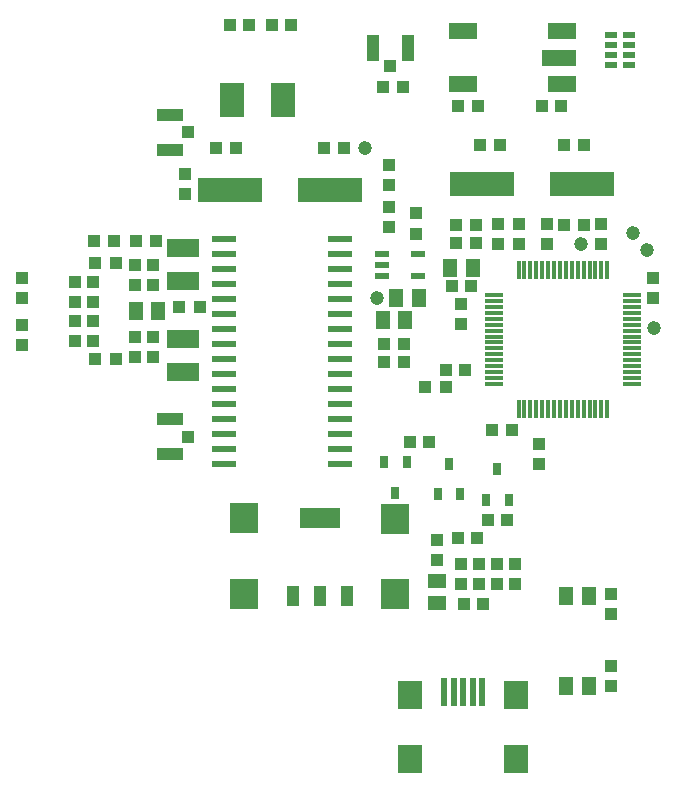
<source format=gbr>
%FSLAX23Y23*%
%MOIN*%
G70*
G01*
G75*
G04 Layer_Color=8421504*
G04 Layer_Color=8421504*
%ADD10C,0.089*%
%ADD11R,0.031X0.039*%
%ADD12R,0.012X0.059*%
%ADD13R,0.059X0.012*%
%ADD14R,0.043X0.039*%
%ADD15R,0.039X0.043*%
%ADD16R,0.087X0.043*%
%ADD17R,0.039X0.039*%
%ADD18R,0.043X0.087*%
%ADD19C,0.047*%
%ADD20R,0.079X0.098*%
%ADD21R,0.098X0.055*%
%ADD22R,0.118X0.055*%
%ADD23R,0.020X0.098*%
%ADD24R,0.039X0.024*%
%ADD25R,0.039X0.020*%
%ADD26R,0.051X0.059*%
%ADD27R,0.094X0.102*%
%ADD28R,0.079X0.020*%
%ADD29R,0.217X0.079*%
%ADD30R,0.059X0.051*%
%ADD31R,0.134X0.069*%
%ADD32R,0.041X0.069*%
%ADD33R,0.041X0.069*%
%ADD34R,0.047X0.024*%
%ADD35R,0.106X0.063*%
%ADD36R,0.079X0.114*%
%ADD37C,0.020*%
%ADD38C,0.012*%
%ADD39C,0.039*%
%ADD40C,0.008*%
%ADD41R,2.402X0.089*%
%ADD42R,0.089X2.411*%
%ADD43R,0.089X1.191*%
%ADD44C,0.098*%
%ADD45R,0.059X0.059*%
%ADD46C,0.059*%
%ADD47C,0.031*%
%ADD48C,0.039*%
%ADD49C,0.276*%
%ADD50C,0.035*%
%ADD51R,0.039X0.098*%
%ADD52C,0.010*%
%ADD53C,0.010*%
D11*
X1497Y1074D02*
D03*
X1423D02*
D03*
X1460Y972D02*
D03*
X1763Y949D02*
D03*
X1800Y1051D02*
D03*
X1837Y949D02*
D03*
X1639Y1069D02*
D03*
X1676Y967D02*
D03*
X1602D02*
D03*
D12*
X1910Y1252D02*
D03*
X1949D02*
D03*
X1871D02*
D03*
X1890D02*
D03*
X1969D02*
D03*
X2008D02*
D03*
X2067D02*
D03*
X2087D02*
D03*
X2067Y1713D02*
D03*
X2048D02*
D03*
X2028D02*
D03*
X2008D02*
D03*
X1989D02*
D03*
X1969D02*
D03*
X1949D02*
D03*
X1930D02*
D03*
X1910D02*
D03*
X1890D02*
D03*
X1871D02*
D03*
X2107D02*
D03*
X2126Y1252D02*
D03*
X2107D02*
D03*
X2028D02*
D03*
X2048D02*
D03*
X2166D02*
D03*
X2146D02*
D03*
X1989D02*
D03*
X1930D02*
D03*
X2146Y1713D02*
D03*
X2087D02*
D03*
X2166D02*
D03*
X2126D02*
D03*
D13*
X1788Y1374D02*
D03*
Y1492D02*
D03*
Y1512D02*
D03*
Y1354D02*
D03*
X2249Y1630D02*
D03*
Y1492D02*
D03*
Y1374D02*
D03*
X1788Y1335D02*
D03*
Y1473D02*
D03*
Y1453D02*
D03*
Y1532D02*
D03*
Y1551D02*
D03*
Y1571D02*
D03*
Y1591D02*
D03*
Y1610D02*
D03*
Y1414D02*
D03*
X2249Y1453D02*
D03*
Y1512D02*
D03*
Y1571D02*
D03*
Y1591D02*
D03*
X1788Y1630D02*
D03*
X2249Y1551D02*
D03*
Y1354D02*
D03*
X1788Y1433D02*
D03*
X2249D02*
D03*
Y1414D02*
D03*
X1788Y1394D02*
D03*
X2249Y1610D02*
D03*
Y1335D02*
D03*
Y1473D02*
D03*
Y1394D02*
D03*
Y1532D02*
D03*
D14*
X1767Y880D02*
D03*
X1507Y1140D02*
D03*
X1627Y1324D02*
D03*
X1573Y1140D02*
D03*
X1669Y2260D02*
D03*
X1735D02*
D03*
X973Y2531D02*
D03*
X907D02*
D03*
X1113D02*
D03*
X1047D02*
D03*
X2013Y2260D02*
D03*
X1419Y2325D02*
D03*
X1485D02*
D03*
X2022Y1866D02*
D03*
X2089D02*
D03*
X1560Y1324D02*
D03*
X1647Y1660D02*
D03*
X1663Y1804D02*
D03*
X1730D02*
D03*
X1488Y1407D02*
D03*
X1421D02*
D03*
X1730Y1864D02*
D03*
X1421Y1467D02*
D03*
X807Y1591D02*
D03*
X1289Y2121D02*
D03*
X1663Y1864D02*
D03*
X1488Y1467D02*
D03*
X740Y1591D02*
D03*
X1222Y2121D02*
D03*
X527Y1739D02*
D03*
Y1419D02*
D03*
X522Y1810D02*
D03*
X662D02*
D03*
X595D02*
D03*
X862Y2121D02*
D03*
X929D02*
D03*
X1947Y2260D02*
D03*
X1833Y880D02*
D03*
X2088Y2130D02*
D03*
X2021D02*
D03*
X1741D02*
D03*
X1808D02*
D03*
X1753Y600D02*
D03*
X1687D02*
D03*
X1733Y820D02*
D03*
X1667D02*
D03*
X1693Y1380D02*
D03*
X1627D02*
D03*
X1848Y1180D02*
D03*
X1781D02*
D03*
X455Y1810D02*
D03*
X460Y1739D02*
D03*
Y1419D02*
D03*
X1713Y1660D02*
D03*
D15*
X1680Y1533D02*
D03*
X1860Y733D02*
D03*
Y667D02*
D03*
X2180Y633D02*
D03*
Y327D02*
D03*
X653Y1425D02*
D03*
Y1492D02*
D03*
X1680Y1600D02*
D03*
X1802Y1868D02*
D03*
X1438Y1924D02*
D03*
Y1997D02*
D03*
X1802Y1801D02*
D03*
X1438Y2063D02*
D03*
X653Y1732D02*
D03*
X1438Y1857D02*
D03*
X1800Y733D02*
D03*
Y667D02*
D03*
X1680Y733D02*
D03*
Y667D02*
D03*
X1740Y733D02*
D03*
Y667D02*
D03*
X1600Y747D02*
D03*
Y813D02*
D03*
X1873Y1801D02*
D03*
Y1868D02*
D03*
X2145Y1801D02*
D03*
Y1868D02*
D03*
X1940Y1133D02*
D03*
Y1067D02*
D03*
X1966Y1801D02*
D03*
Y1868D02*
D03*
X2320Y1620D02*
D03*
Y1687D02*
D03*
X653Y1665D02*
D03*
X453Y1608D02*
D03*
Y1545D02*
D03*
Y1675D02*
D03*
Y1478D02*
D03*
X2180Y567D02*
D03*
Y393D02*
D03*
X760Y2033D02*
D03*
Y1967D02*
D03*
X215Y1463D02*
D03*
Y1530D02*
D03*
X393Y1478D02*
D03*
Y1545D02*
D03*
X593Y1425D02*
D03*
Y1492D02*
D03*
X1530Y1903D02*
D03*
Y1836D02*
D03*
X393Y1608D02*
D03*
Y1675D02*
D03*
X593Y1665D02*
D03*
Y1732D02*
D03*
X215Y1687D02*
D03*
Y1620D02*
D03*
D16*
X709Y1217D02*
D03*
Y1101D02*
D03*
Y2115D02*
D03*
Y2231D02*
D03*
D17*
X769Y1159D02*
D03*
Y2173D02*
D03*
X1443Y2393D02*
D03*
D18*
X1501Y2453D02*
D03*
X1385D02*
D03*
D19*
X2080Y1800D02*
D03*
X2300Y1780D02*
D03*
X1400Y1620D02*
D03*
X2252Y1839D02*
D03*
X1360Y2120D02*
D03*
X2323Y1520D02*
D03*
D20*
X1861Y83D02*
D03*
Y298D02*
D03*
X1510D02*
D03*
Y83D02*
D03*
D21*
X1685Y2510D02*
D03*
X2016D02*
D03*
X1685Y2333D02*
D03*
X2016D02*
D03*
D22*
X2006Y2421D02*
D03*
D23*
X1749Y309D02*
D03*
X1686D02*
D03*
X1654D02*
D03*
X1717D02*
D03*
X1623D02*
D03*
D24*
X2177Y2497D02*
D03*
Y2397D02*
D03*
X2240Y2497D02*
D03*
Y2397D02*
D03*
D25*
X2177Y2463D02*
D03*
Y2431D02*
D03*
X2240Y2463D02*
D03*
Y2431D02*
D03*
D26*
X2105Y328D02*
D03*
X2030D02*
D03*
X2105Y628D02*
D03*
X2030D02*
D03*
X1643Y1720D02*
D03*
X1417Y1547D02*
D03*
X670Y1579D02*
D03*
X596D02*
D03*
X1492Y1547D02*
D03*
X1717Y1720D02*
D03*
X1537Y1620D02*
D03*
X1463D02*
D03*
D27*
X1460Y886D02*
D03*
Y634D02*
D03*
X955Y887D02*
D03*
Y636D02*
D03*
D28*
X1276Y1568D02*
D03*
X889Y1468D02*
D03*
X1276Y1068D02*
D03*
Y1118D02*
D03*
Y1168D02*
D03*
Y1218D02*
D03*
Y1268D02*
D03*
Y1318D02*
D03*
Y1368D02*
D03*
Y1468D02*
D03*
Y1618D02*
D03*
Y1668D02*
D03*
Y1768D02*
D03*
X889Y1068D02*
D03*
Y1118D02*
D03*
Y1168D02*
D03*
Y1218D02*
D03*
Y1268D02*
D03*
Y1318D02*
D03*
Y1368D02*
D03*
Y1418D02*
D03*
Y1518D02*
D03*
Y1618D02*
D03*
Y1668D02*
D03*
Y1768D02*
D03*
Y1818D02*
D03*
X1276D02*
D03*
X889Y1568D02*
D03*
X1276Y1518D02*
D03*
Y1718D02*
D03*
Y1418D02*
D03*
X889Y1718D02*
D03*
D29*
X1243Y1981D02*
D03*
X908D02*
D03*
X2081Y2000D02*
D03*
X1747D02*
D03*
D30*
X1600Y677D02*
D03*
Y603D02*
D03*
D31*
X1208Y887D02*
D03*
D32*
X1299Y627D02*
D03*
X1208D02*
D03*
D33*
X1118Y627D02*
D03*
D34*
X1534Y1768D02*
D03*
Y1693D02*
D03*
X1416D02*
D03*
Y1731D02*
D03*
Y1768D02*
D03*
D35*
X753Y1787D02*
D03*
Y1677D02*
D03*
Y1374D02*
D03*
Y1484D02*
D03*
D36*
X914Y2280D02*
D03*
X1086D02*
D03*
M02*

</source>
